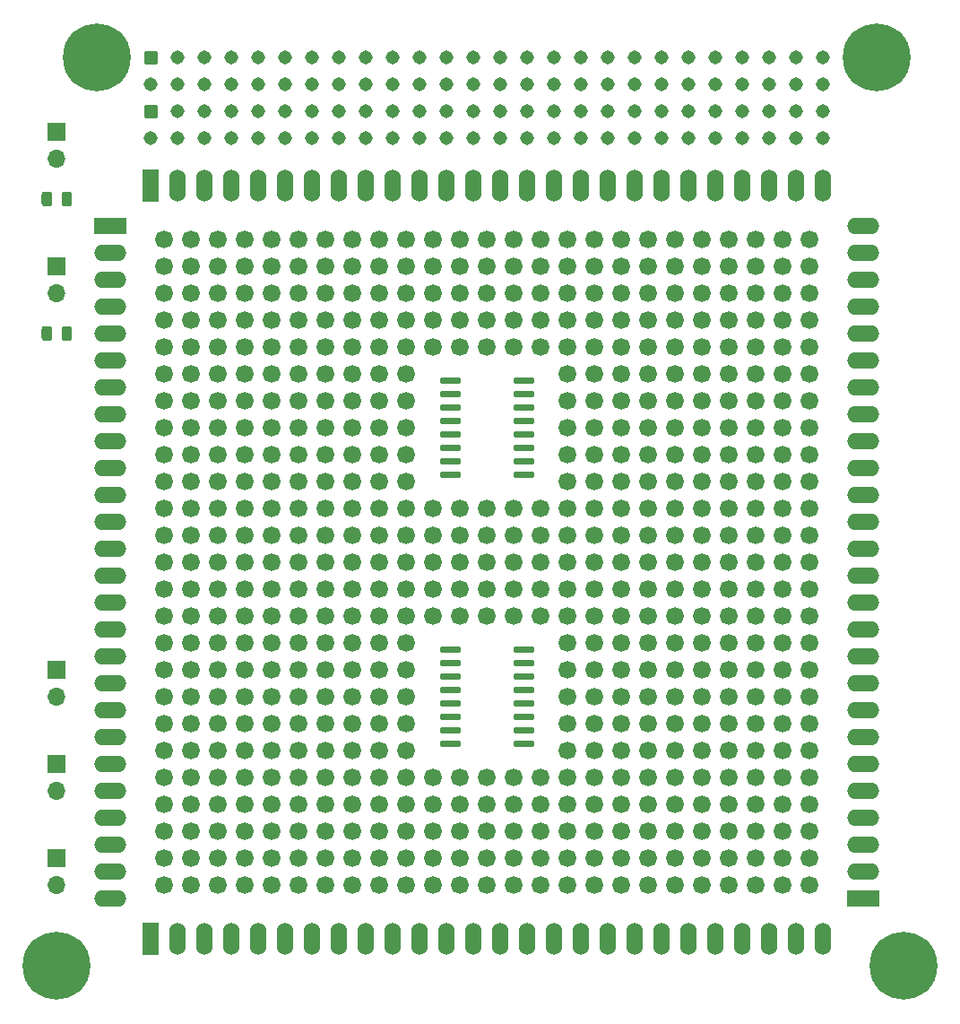
<source format=gts>
G04 #@! TF.GenerationSoftware,KiCad,Pcbnew,(5.1.6)-1*
G04 #@! TF.CreationDate,2020-06-25T15:36:58+02:00*
G04 #@! TF.ProjectId,board_zero,626f6172-645f-47a6-9572-6f2e6b696361,1.0*
G04 #@! TF.SameCoordinates,Original*
G04 #@! TF.FileFunction,Soldermask,Top*
G04 #@! TF.FilePolarity,Negative*
%FSLAX46Y46*%
G04 Gerber Fmt 4.6, Leading zero omitted, Abs format (unit mm)*
G04 Created by KiCad (PCBNEW (5.1.6)-1) date 2020-06-25 15:36:58*
%MOMM*%
%LPD*%
G01*
G04 APERTURE LIST*
%ADD10R,1.700000X1.700000*%
%ADD11O,1.700000X1.700000*%
%ADD12C,1.685000*%
%ADD13C,1.310000*%
%ADD14C,0.800000*%
%ADD15C,6.400000*%
%ADD16R,1.524000X3.048000*%
%ADD17O,1.524000X3.048000*%
%ADD18R,3.048000X1.524000*%
%ADD19O,3.048000X1.524000*%
G04 APERTURE END LIST*
D10*
X26670000Y-104140000D03*
D11*
X26670000Y-106680000D03*
D10*
X26670000Y-95250000D03*
D11*
X26670000Y-97790000D03*
G36*
G01*
X26220000Y-54153750D02*
X26220000Y-55066250D01*
G75*
G02*
X25976250Y-55310000I-243750J0D01*
G01*
X25488750Y-55310000D01*
G75*
G02*
X25245000Y-55066250I0J243750D01*
G01*
X25245000Y-54153750D01*
G75*
G02*
X25488750Y-53910000I243750J0D01*
G01*
X25976250Y-53910000D01*
G75*
G02*
X26220000Y-54153750I0J-243750D01*
G01*
G37*
G36*
G01*
X28095000Y-54153750D02*
X28095000Y-55066250D01*
G75*
G02*
X27851250Y-55310000I-243750J0D01*
G01*
X27363750Y-55310000D01*
G75*
G02*
X27120000Y-55066250I0J243750D01*
G01*
X27120000Y-54153750D01*
G75*
G02*
X27363750Y-53910000I243750J0D01*
G01*
X27851250Y-53910000D01*
G75*
G02*
X28095000Y-54153750I0J-243750D01*
G01*
G37*
G36*
G01*
X26220000Y-41453750D02*
X26220000Y-42366250D01*
G75*
G02*
X25976250Y-42610000I-243750J0D01*
G01*
X25488750Y-42610000D01*
G75*
G02*
X25245000Y-42366250I0J243750D01*
G01*
X25245000Y-41453750D01*
G75*
G02*
X25488750Y-41210000I243750J0D01*
G01*
X25976250Y-41210000D01*
G75*
G02*
X26220000Y-41453750I0J-243750D01*
G01*
G37*
G36*
G01*
X28095000Y-41453750D02*
X28095000Y-42366250D01*
G75*
G02*
X27851250Y-42610000I-243750J0D01*
G01*
X27363750Y-42610000D01*
G75*
G02*
X27120000Y-42366250I0J243750D01*
G01*
X27120000Y-41453750D01*
G75*
G02*
X27363750Y-41210000I243750J0D01*
G01*
X27851250Y-41210000D01*
G75*
G02*
X28095000Y-41453750I0J-243750D01*
G01*
G37*
D10*
X26670000Y-86360000D03*
D11*
X26670000Y-88900000D03*
D10*
X26670000Y-35560000D03*
D11*
X26670000Y-38100000D03*
D10*
X26670000Y-48260000D03*
D11*
X26670000Y-50800000D03*
D12*
X36830000Y-45720000D03*
X39370000Y-45720000D03*
X41910000Y-45720000D03*
X44450000Y-45720000D03*
X46990000Y-45720000D03*
X49530000Y-45720000D03*
X52070000Y-45720000D03*
X54610000Y-45720000D03*
X57150000Y-45720000D03*
X59690000Y-45720000D03*
X62230000Y-45720000D03*
X64770000Y-45720000D03*
X67310000Y-45720000D03*
X69850000Y-45720000D03*
X72390000Y-45720000D03*
X74930000Y-45720000D03*
X77470000Y-45720000D03*
X80010000Y-45720000D03*
X82550000Y-45720000D03*
X85090000Y-45720000D03*
X87630000Y-45720000D03*
X90170000Y-45720000D03*
X92710000Y-45720000D03*
X95250000Y-45720000D03*
X97790000Y-45720000D03*
X36830000Y-48260000D03*
X39370000Y-48260000D03*
X41910000Y-48260000D03*
X44450000Y-48260000D03*
X46990000Y-48260000D03*
X49530000Y-48260000D03*
X52070000Y-48260000D03*
X54610000Y-48260000D03*
X57150000Y-48260000D03*
X59690000Y-48260000D03*
X62230000Y-48260000D03*
X64770000Y-48260000D03*
X67310000Y-48260000D03*
X69850000Y-48260000D03*
X72390000Y-48260000D03*
X74930000Y-48260000D03*
X77470000Y-48260000D03*
X80010000Y-48260000D03*
X82550000Y-48260000D03*
X85090000Y-48260000D03*
X87630000Y-48260000D03*
X90170000Y-48260000D03*
X92710000Y-48260000D03*
X95250000Y-48260000D03*
X97790000Y-48260000D03*
X36830000Y-50800000D03*
X39370000Y-50800000D03*
X41910000Y-50800000D03*
X44450000Y-50800000D03*
X46990000Y-50800000D03*
X49530000Y-50800000D03*
X52070000Y-50800000D03*
X54610000Y-50800000D03*
X57150000Y-50800000D03*
X59690000Y-50800000D03*
X62230000Y-50800000D03*
X64770000Y-50800000D03*
X67310000Y-50800000D03*
X69850000Y-50800000D03*
X72390000Y-50800000D03*
X74930000Y-50800000D03*
X77470000Y-50800000D03*
X80010000Y-50800000D03*
X82550000Y-50800000D03*
X85090000Y-50800000D03*
X87630000Y-50800000D03*
X90170000Y-50800000D03*
X92710000Y-50800000D03*
X95250000Y-50800000D03*
X97790000Y-50800000D03*
X36830000Y-53340000D03*
X39370000Y-53340000D03*
X41910000Y-53340000D03*
X44450000Y-53340000D03*
X46990000Y-53340000D03*
X49530000Y-53340000D03*
X52070000Y-53340000D03*
X54610000Y-53340000D03*
X57150000Y-53340000D03*
X59690000Y-53340000D03*
X62230000Y-53340000D03*
X64770000Y-53340000D03*
X67310000Y-53340000D03*
X69850000Y-53340000D03*
X72390000Y-53340000D03*
X74930000Y-53340000D03*
X77470000Y-53340000D03*
X80010000Y-53340000D03*
X82550000Y-53340000D03*
X85090000Y-53340000D03*
X87630000Y-53340000D03*
X90170000Y-53340000D03*
X92710000Y-53340000D03*
X95250000Y-53340000D03*
X97790000Y-53340000D03*
X36830000Y-55880000D03*
X39370000Y-55880000D03*
X41910000Y-55880000D03*
X44450000Y-55880000D03*
X46990000Y-55880000D03*
X49530000Y-55880000D03*
X52070000Y-55880000D03*
X54610000Y-55880000D03*
X57150000Y-55880000D03*
X59690000Y-55880000D03*
X62230000Y-55880000D03*
X64770000Y-55880000D03*
X67310000Y-55880000D03*
X69850000Y-55880000D03*
X72390000Y-55880000D03*
X74930000Y-55880000D03*
X77470000Y-55880000D03*
X80010000Y-55880000D03*
X82550000Y-55880000D03*
X85090000Y-55880000D03*
X87630000Y-55880000D03*
X90170000Y-55880000D03*
X92710000Y-55880000D03*
X95250000Y-55880000D03*
X97790000Y-55880000D03*
X36830000Y-58420000D03*
X39370000Y-58420000D03*
X41910000Y-58420000D03*
X44450000Y-58420000D03*
X46990000Y-58420000D03*
X49530000Y-58420000D03*
X52070000Y-58420000D03*
X54610000Y-58420000D03*
X80010000Y-58420000D03*
X82550000Y-58420000D03*
X85090000Y-58420000D03*
X87630000Y-58420000D03*
X90170000Y-58420000D03*
X92710000Y-58420000D03*
X95250000Y-58420000D03*
X97790000Y-58420000D03*
X36830000Y-60960000D03*
X39370000Y-60960000D03*
X41910000Y-60960000D03*
X44450000Y-60960000D03*
X46990000Y-60960000D03*
X49530000Y-60960000D03*
X52070000Y-60960000D03*
X54610000Y-60960000D03*
X80010000Y-60960000D03*
X82550000Y-60960000D03*
X85090000Y-60960000D03*
X87630000Y-60960000D03*
X90170000Y-60960000D03*
X92710000Y-60960000D03*
X95250000Y-60960000D03*
X97790000Y-60960000D03*
X36830000Y-63500000D03*
X39370000Y-63500000D03*
X41910000Y-63500000D03*
X44450000Y-63500000D03*
X46990000Y-63500000D03*
X49530000Y-63500000D03*
X52070000Y-63500000D03*
X54610000Y-63500000D03*
X80010000Y-63500000D03*
X82550000Y-63500000D03*
X85090000Y-63500000D03*
X87630000Y-63500000D03*
X90170000Y-63500000D03*
X92710000Y-63500000D03*
X95250000Y-63500000D03*
X97790000Y-63500000D03*
X36830000Y-66040000D03*
X39370000Y-66040000D03*
X41910000Y-66040000D03*
X44450000Y-66040000D03*
X46990000Y-66040000D03*
X49530000Y-66040000D03*
X52070000Y-66040000D03*
X54610000Y-66040000D03*
X80010000Y-66040000D03*
X82550000Y-66040000D03*
X85090000Y-66040000D03*
X87630000Y-66040000D03*
X90170000Y-66040000D03*
X92710000Y-66040000D03*
X95250000Y-66040000D03*
X97790000Y-66040000D03*
X36830000Y-68580000D03*
X39370000Y-68580000D03*
X41910000Y-68580000D03*
X44450000Y-68580000D03*
X46990000Y-68580000D03*
X49530000Y-68580000D03*
X52070000Y-68580000D03*
X54610000Y-68580000D03*
X57150000Y-68580000D03*
X59690000Y-68580000D03*
X74930000Y-68580000D03*
X77470000Y-68580000D03*
X80010000Y-68580000D03*
X82550000Y-68580000D03*
X85090000Y-68580000D03*
X87630000Y-68580000D03*
X90170000Y-68580000D03*
X92710000Y-68580000D03*
X95250000Y-68580000D03*
X97790000Y-68580000D03*
X36830000Y-71120000D03*
X39370000Y-71120000D03*
X41910000Y-71120000D03*
X44450000Y-71120000D03*
X46990000Y-71120000D03*
X49530000Y-71120000D03*
X52070000Y-71120000D03*
X54610000Y-71120000D03*
X57150000Y-71120000D03*
X59690000Y-71120000D03*
X62230000Y-71120000D03*
X64770000Y-71120000D03*
X67310000Y-71120000D03*
X69850000Y-71120000D03*
X72390000Y-71120000D03*
X74930000Y-71120000D03*
X77470000Y-71120000D03*
X80010000Y-71120000D03*
X82550000Y-71120000D03*
X85090000Y-71120000D03*
X87630000Y-71120000D03*
X90170000Y-71120000D03*
X92710000Y-71120000D03*
X95250000Y-71120000D03*
X97790000Y-71120000D03*
X36830000Y-73660000D03*
X39370000Y-73660000D03*
X41910000Y-73660000D03*
X44450000Y-73660000D03*
X46990000Y-73660000D03*
X49530000Y-73660000D03*
X52070000Y-73660000D03*
X54610000Y-73660000D03*
X57150000Y-73660000D03*
X59690000Y-73660000D03*
X62230000Y-73660000D03*
X64770000Y-73660000D03*
X67310000Y-73660000D03*
X69850000Y-73660000D03*
X72390000Y-73660000D03*
X74930000Y-73660000D03*
X77470000Y-73660000D03*
X80010000Y-73660000D03*
X82550000Y-73660000D03*
X85090000Y-73660000D03*
X87630000Y-73660000D03*
X90170000Y-73660000D03*
X92710000Y-73660000D03*
X95250000Y-73660000D03*
X97790000Y-73660000D03*
X36830000Y-76200000D03*
X39370000Y-76200000D03*
X41910000Y-76200000D03*
X44450000Y-76200000D03*
X46990000Y-76200000D03*
X49530000Y-76200000D03*
X52070000Y-76200000D03*
X54610000Y-76200000D03*
X57150000Y-76200000D03*
X59690000Y-76200000D03*
X62230000Y-76200000D03*
X64770000Y-76200000D03*
X67310000Y-76200000D03*
X69850000Y-76200000D03*
X72390000Y-76200000D03*
X74930000Y-76200000D03*
X77470000Y-76200000D03*
X80010000Y-76200000D03*
X82550000Y-76200000D03*
X85090000Y-76200000D03*
X87630000Y-76200000D03*
X90170000Y-76200000D03*
X92710000Y-76200000D03*
X95250000Y-76200000D03*
X97790000Y-76200000D03*
X36830000Y-78740000D03*
X39370000Y-78740000D03*
X41910000Y-78740000D03*
X44450000Y-78740000D03*
X46990000Y-78740000D03*
X49530000Y-78740000D03*
X52070000Y-78740000D03*
X54610000Y-78740000D03*
X57150000Y-78740000D03*
X59690000Y-78740000D03*
X62230000Y-78740000D03*
X64770000Y-78740000D03*
X67310000Y-78740000D03*
X69850000Y-78740000D03*
X72390000Y-78740000D03*
X74930000Y-78740000D03*
X77470000Y-78740000D03*
X80010000Y-78740000D03*
X82550000Y-78740000D03*
X85090000Y-78740000D03*
X87630000Y-78740000D03*
X90170000Y-78740000D03*
X92710000Y-78740000D03*
X95250000Y-78740000D03*
X97790000Y-78740000D03*
X36830000Y-81280000D03*
X39370000Y-81280000D03*
X41910000Y-81280000D03*
X44450000Y-81280000D03*
X46990000Y-81280000D03*
X49530000Y-81280000D03*
X52070000Y-81280000D03*
X54610000Y-81280000D03*
X57150000Y-81280000D03*
X59690000Y-81280000D03*
X62230000Y-81280000D03*
X64770000Y-81280000D03*
X67310000Y-81280000D03*
X69850000Y-81280000D03*
X72390000Y-81280000D03*
X74930000Y-81280000D03*
X77470000Y-81280000D03*
X80010000Y-81280000D03*
X82550000Y-81280000D03*
X85090000Y-81280000D03*
X87630000Y-81280000D03*
X90170000Y-81280000D03*
X92710000Y-81280000D03*
X95250000Y-81280000D03*
X97790000Y-81280000D03*
X36830000Y-83820000D03*
X39370000Y-83820000D03*
X41910000Y-83820000D03*
X44450000Y-83820000D03*
X46990000Y-83820000D03*
X49530000Y-83820000D03*
X52070000Y-83820000D03*
X54610000Y-83820000D03*
X80010000Y-83820000D03*
X82550000Y-83820000D03*
X85090000Y-83820000D03*
X87630000Y-83820000D03*
X90170000Y-83820000D03*
X92710000Y-83820000D03*
X95250000Y-83820000D03*
X97790000Y-83820000D03*
X36830000Y-86360000D03*
X39370000Y-86360000D03*
X41910000Y-86360000D03*
X44450000Y-86360000D03*
X46990000Y-86360000D03*
X49530000Y-86360000D03*
X52070000Y-86360000D03*
X54610000Y-86360000D03*
X80010000Y-86360000D03*
X82550000Y-86360000D03*
X85090000Y-86360000D03*
X87630000Y-86360000D03*
X90170000Y-86360000D03*
X92710000Y-86360000D03*
X95250000Y-86360000D03*
X97790000Y-86360000D03*
X36830000Y-88900000D03*
X39370000Y-88900000D03*
X41910000Y-88900000D03*
X44450000Y-88900000D03*
X46990000Y-88900000D03*
X49530000Y-88900000D03*
X52070000Y-88900000D03*
X54610000Y-88900000D03*
X80010000Y-88900000D03*
X82550000Y-88900000D03*
X85090000Y-88900000D03*
X87630000Y-88900000D03*
X90170000Y-88900000D03*
X92710000Y-88900000D03*
X95250000Y-88900000D03*
X97790000Y-88900000D03*
X36830000Y-91440000D03*
X39370000Y-91440000D03*
X41910000Y-91440000D03*
X44450000Y-91440000D03*
X46990000Y-91440000D03*
X49530000Y-91440000D03*
X52070000Y-91440000D03*
X54610000Y-91440000D03*
X80010000Y-91440000D03*
X82550000Y-91440000D03*
X85090000Y-91440000D03*
X87630000Y-91440000D03*
X90170000Y-91440000D03*
X92710000Y-91440000D03*
X95250000Y-91440000D03*
X97790000Y-91440000D03*
X36830000Y-93980000D03*
X39370000Y-93980000D03*
X41910000Y-93980000D03*
X44450000Y-93980000D03*
X46990000Y-93980000D03*
X49530000Y-93980000D03*
X52070000Y-93980000D03*
X54610000Y-93980000D03*
X80010000Y-93980000D03*
X82550000Y-93980000D03*
X85090000Y-93980000D03*
X87630000Y-93980000D03*
X90170000Y-93980000D03*
X92710000Y-93980000D03*
X95250000Y-93980000D03*
X97790000Y-93980000D03*
X36830000Y-96520000D03*
X39370000Y-96520000D03*
X41910000Y-96520000D03*
X44450000Y-96520000D03*
X46990000Y-96520000D03*
X49530000Y-96520000D03*
X52070000Y-96520000D03*
X54610000Y-96520000D03*
X57150000Y-96520000D03*
X59690000Y-96520000D03*
X74930000Y-96520000D03*
X77470000Y-96520000D03*
X80010000Y-96520000D03*
X82550000Y-96520000D03*
X85090000Y-96520000D03*
X87630000Y-96520000D03*
X90170000Y-96520000D03*
X92710000Y-96520000D03*
X95250000Y-96520000D03*
X97790000Y-96520000D03*
X36830000Y-99060000D03*
X39370000Y-99060000D03*
X41910000Y-99060000D03*
X44450000Y-99060000D03*
X46990000Y-99060000D03*
X49530000Y-99060000D03*
X52070000Y-99060000D03*
X54610000Y-99060000D03*
X57150000Y-99060000D03*
X59690000Y-99060000D03*
X62230000Y-99060000D03*
X64770000Y-99060000D03*
X67310000Y-99060000D03*
X69850000Y-99060000D03*
X72390000Y-99060000D03*
X74930000Y-99060000D03*
X77470000Y-99060000D03*
X80010000Y-99060000D03*
X82550000Y-99060000D03*
X85090000Y-99060000D03*
X87630000Y-99060000D03*
X90170000Y-99060000D03*
X92710000Y-99060000D03*
X95250000Y-99060000D03*
X97790000Y-99060000D03*
X36830000Y-101600000D03*
X39370000Y-101600000D03*
X41910000Y-101600000D03*
X44450000Y-101600000D03*
X46990000Y-101600000D03*
X49530000Y-101600000D03*
X52070000Y-101600000D03*
X54610000Y-101600000D03*
X57150000Y-101600000D03*
X59690000Y-101600000D03*
X62230000Y-101600000D03*
X64770000Y-101600000D03*
X67310000Y-101600000D03*
X69850000Y-101600000D03*
X72390000Y-101600000D03*
X74930000Y-101600000D03*
X77470000Y-101600000D03*
X80010000Y-101600000D03*
X82550000Y-101600000D03*
X85090000Y-101600000D03*
X87630000Y-101600000D03*
X90170000Y-101600000D03*
X92710000Y-101600000D03*
X95250000Y-101600000D03*
X97790000Y-101600000D03*
X36830000Y-104140000D03*
X39370000Y-104140000D03*
X41910000Y-104140000D03*
X44450000Y-104140000D03*
X46990000Y-104140000D03*
X49530000Y-104140000D03*
X52070000Y-104140000D03*
X54610000Y-104140000D03*
X57150000Y-104140000D03*
X59690000Y-104140000D03*
X62230000Y-104140000D03*
X64770000Y-104140000D03*
X67310000Y-104140000D03*
X69850000Y-104140000D03*
X72390000Y-104140000D03*
X74930000Y-104140000D03*
X77470000Y-104140000D03*
X80010000Y-104140000D03*
X82550000Y-104140000D03*
X85090000Y-104140000D03*
X87630000Y-104140000D03*
X90170000Y-104140000D03*
X92710000Y-104140000D03*
X95250000Y-104140000D03*
X97790000Y-104140000D03*
X36830000Y-106680000D03*
X39370000Y-106680000D03*
X41910000Y-106680000D03*
X44450000Y-106680000D03*
X46990000Y-106680000D03*
X49530000Y-106680000D03*
X52070000Y-106680000D03*
X54610000Y-106680000D03*
X57150000Y-106680000D03*
X59690000Y-106680000D03*
X62230000Y-106680000D03*
X64770000Y-106680000D03*
X67310000Y-106680000D03*
X69850000Y-106680000D03*
X72390000Y-106680000D03*
X74930000Y-106680000D03*
X77470000Y-106680000D03*
X80010000Y-106680000D03*
X82550000Y-106680000D03*
X85090000Y-106680000D03*
X87630000Y-106680000D03*
X90170000Y-106680000D03*
X92710000Y-106680000D03*
X95250000Y-106680000D03*
X97790000Y-106680000D03*
X62230000Y-96520000D03*
X64770000Y-96520000D03*
X67310000Y-96520000D03*
X69850000Y-96520000D03*
X72390000Y-96520000D03*
X57150000Y-93980000D03*
X59690000Y-93980000D03*
X74930000Y-93980000D03*
X77470000Y-93980000D03*
D13*
X99060000Y-36195000D03*
X96520000Y-36195000D03*
X93980000Y-36195000D03*
X91440000Y-36195000D03*
X88900000Y-36195000D03*
X86360000Y-36195000D03*
X83820000Y-36195000D03*
X81280000Y-36195000D03*
X78740000Y-36195000D03*
X76200000Y-36195000D03*
X73660000Y-36195000D03*
X71120000Y-36195000D03*
X68580000Y-36195000D03*
X66040000Y-36195000D03*
X63500000Y-36195000D03*
X60960000Y-36195000D03*
X58420000Y-36195000D03*
X55880000Y-36195000D03*
X53340000Y-36195000D03*
X50800000Y-36195000D03*
X48260000Y-36195000D03*
X45720000Y-36195000D03*
X43180000Y-36195000D03*
X40640000Y-36195000D03*
X38100000Y-36195000D03*
X35560000Y-36195000D03*
X99060000Y-33655000D03*
X96520000Y-33655000D03*
X93980000Y-33655000D03*
X91440000Y-33655000D03*
X88900000Y-33655000D03*
X86360000Y-33655000D03*
X83820000Y-33655000D03*
X81280000Y-33655000D03*
X78740000Y-33655000D03*
X76200000Y-33655000D03*
X73660000Y-33655000D03*
X71120000Y-33655000D03*
X68580000Y-33655000D03*
X66040000Y-33655000D03*
X63500000Y-33655000D03*
X60960000Y-33655000D03*
X58420000Y-33655000D03*
X55880000Y-33655000D03*
X53340000Y-33655000D03*
X50800000Y-33655000D03*
X48260000Y-33655000D03*
X45720000Y-33655000D03*
X43180000Y-33655000D03*
X40640000Y-33655000D03*
X38100000Y-33655000D03*
G36*
G01*
X34905000Y-34060000D02*
X34905000Y-33250000D01*
G75*
G02*
X35155000Y-33000000I250000J0D01*
G01*
X35965000Y-33000000D01*
G75*
G02*
X36215000Y-33250000I0J-250000D01*
G01*
X36215000Y-34060000D01*
G75*
G02*
X35965000Y-34310000I-250000J0D01*
G01*
X35155000Y-34310000D01*
G75*
G02*
X34905000Y-34060000I0J250000D01*
G01*
G37*
X99060000Y-31115000D03*
X96520000Y-31115000D03*
X93980000Y-31115000D03*
X91440000Y-31115000D03*
X88900000Y-31115000D03*
X86360000Y-31115000D03*
X83820000Y-31115000D03*
X81280000Y-31115000D03*
X78740000Y-31115000D03*
X76200000Y-31115000D03*
X73660000Y-31115000D03*
X71120000Y-31115000D03*
X68580000Y-31115000D03*
X66040000Y-31115000D03*
X63500000Y-31115000D03*
X60960000Y-31115000D03*
X58420000Y-31115000D03*
X55880000Y-31115000D03*
X53340000Y-31115000D03*
X50800000Y-31115000D03*
X48260000Y-31115000D03*
X45720000Y-31115000D03*
X43180000Y-31115000D03*
X40640000Y-31115000D03*
X38100000Y-31115000D03*
X35560000Y-31115000D03*
X99060000Y-28575000D03*
X96520000Y-28575000D03*
X93980000Y-28575000D03*
X91440000Y-28575000D03*
X88900000Y-28575000D03*
X86360000Y-28575000D03*
X83820000Y-28575000D03*
X81280000Y-28575000D03*
X78740000Y-28575000D03*
X76200000Y-28575000D03*
X73660000Y-28575000D03*
X71120000Y-28575000D03*
X68580000Y-28575000D03*
X66040000Y-28575000D03*
X63500000Y-28575000D03*
X60960000Y-28575000D03*
X58420000Y-28575000D03*
X55880000Y-28575000D03*
X53340000Y-28575000D03*
X50800000Y-28575000D03*
X48260000Y-28575000D03*
X45720000Y-28575000D03*
X43180000Y-28575000D03*
X40640000Y-28575000D03*
X38100000Y-28575000D03*
G36*
G01*
X34905000Y-28980000D02*
X34905000Y-28170000D01*
G75*
G02*
X35155000Y-27920000I250000J0D01*
G01*
X35965000Y-27920000D01*
G75*
G02*
X36215000Y-28170000I0J-250000D01*
G01*
X36215000Y-28980000D01*
G75*
G02*
X35965000Y-29230000I-250000J0D01*
G01*
X35155000Y-29230000D01*
G75*
G02*
X34905000Y-28980000I0J250000D01*
G01*
G37*
D12*
X77470000Y-58420000D03*
X74930000Y-58420000D03*
X77470000Y-60960000D03*
X74930000Y-60960000D03*
X77470000Y-63500000D03*
X74930000Y-63500000D03*
X77470000Y-66040000D03*
X74930000Y-66040000D03*
X59690000Y-66040000D03*
X57150000Y-66040000D03*
X59690000Y-63500000D03*
X57150000Y-63500000D03*
X59690000Y-60960000D03*
X57150000Y-60960000D03*
X59690000Y-58420000D03*
X57150000Y-58420000D03*
G36*
G01*
X69785000Y-61745000D02*
X69785000Y-61445000D01*
G75*
G02*
X69935000Y-61295000I150000J0D01*
G01*
X71610000Y-61295000D01*
G75*
G02*
X71760000Y-61445000I0J-150000D01*
G01*
X71760000Y-61745000D01*
G75*
G02*
X71610000Y-61895000I-150000J0D01*
G01*
X69935000Y-61895000D01*
G75*
G02*
X69785000Y-61745000I0J150000D01*
G01*
G37*
G36*
G01*
X69785000Y-59205000D02*
X69785000Y-58905000D01*
G75*
G02*
X69935000Y-58755000I150000J0D01*
G01*
X71610000Y-58755000D01*
G75*
G02*
X71760000Y-58905000I0J-150000D01*
G01*
X71760000Y-59205000D01*
G75*
G02*
X71610000Y-59355000I-150000J0D01*
G01*
X69935000Y-59355000D01*
G75*
G02*
X69785000Y-59205000I0J150000D01*
G01*
G37*
G36*
G01*
X62860000Y-65555000D02*
X62860000Y-65255000D01*
G75*
G02*
X63010000Y-65105000I150000J0D01*
G01*
X64685000Y-65105000D01*
G75*
G02*
X64835000Y-65255000I0J-150000D01*
G01*
X64835000Y-65555000D01*
G75*
G02*
X64685000Y-65705000I-150000J0D01*
G01*
X63010000Y-65705000D01*
G75*
G02*
X62860000Y-65555000I0J150000D01*
G01*
G37*
G36*
G01*
X69785000Y-63015000D02*
X69785000Y-62715000D01*
G75*
G02*
X69935000Y-62565000I150000J0D01*
G01*
X71610000Y-62565000D01*
G75*
G02*
X71760000Y-62715000I0J-150000D01*
G01*
X71760000Y-63015000D01*
G75*
G02*
X71610000Y-63165000I-150000J0D01*
G01*
X69935000Y-63165000D01*
G75*
G02*
X69785000Y-63015000I0J150000D01*
G01*
G37*
G36*
G01*
X62860000Y-60475000D02*
X62860000Y-60175000D01*
G75*
G02*
X63010000Y-60025000I150000J0D01*
G01*
X64685000Y-60025000D01*
G75*
G02*
X64835000Y-60175000I0J-150000D01*
G01*
X64835000Y-60475000D01*
G75*
G02*
X64685000Y-60625000I-150000J0D01*
G01*
X63010000Y-60625000D01*
G75*
G02*
X62860000Y-60475000I0J150000D01*
G01*
G37*
G36*
G01*
X62860000Y-61745000D02*
X62860000Y-61445000D01*
G75*
G02*
X63010000Y-61295000I150000J0D01*
G01*
X64685000Y-61295000D01*
G75*
G02*
X64835000Y-61445000I0J-150000D01*
G01*
X64835000Y-61745000D01*
G75*
G02*
X64685000Y-61895000I-150000J0D01*
G01*
X63010000Y-61895000D01*
G75*
G02*
X62860000Y-61745000I0J150000D01*
G01*
G37*
G36*
G01*
X62860000Y-68095000D02*
X62860000Y-67795000D01*
G75*
G02*
X63010000Y-67645000I150000J0D01*
G01*
X64685000Y-67645000D01*
G75*
G02*
X64835000Y-67795000I0J-150000D01*
G01*
X64835000Y-68095000D01*
G75*
G02*
X64685000Y-68245000I-150000J0D01*
G01*
X63010000Y-68245000D01*
G75*
G02*
X62860000Y-68095000I0J150000D01*
G01*
G37*
G36*
G01*
X69785000Y-64285000D02*
X69785000Y-63985000D01*
G75*
G02*
X69935000Y-63835000I150000J0D01*
G01*
X71610000Y-63835000D01*
G75*
G02*
X71760000Y-63985000I0J-150000D01*
G01*
X71760000Y-64285000D01*
G75*
G02*
X71610000Y-64435000I-150000J0D01*
G01*
X69935000Y-64435000D01*
G75*
G02*
X69785000Y-64285000I0J150000D01*
G01*
G37*
G36*
G01*
X62860000Y-59205000D02*
X62860000Y-58905000D01*
G75*
G02*
X63010000Y-58755000I150000J0D01*
G01*
X64685000Y-58755000D01*
G75*
G02*
X64835000Y-58905000I0J-150000D01*
G01*
X64835000Y-59205000D01*
G75*
G02*
X64685000Y-59355000I-150000J0D01*
G01*
X63010000Y-59355000D01*
G75*
G02*
X62860000Y-59205000I0J150000D01*
G01*
G37*
G36*
G01*
X62860000Y-64285000D02*
X62860000Y-63985000D01*
G75*
G02*
X63010000Y-63835000I150000J0D01*
G01*
X64685000Y-63835000D01*
G75*
G02*
X64835000Y-63985000I0J-150000D01*
G01*
X64835000Y-64285000D01*
G75*
G02*
X64685000Y-64435000I-150000J0D01*
G01*
X63010000Y-64435000D01*
G75*
G02*
X62860000Y-64285000I0J150000D01*
G01*
G37*
G36*
G01*
X62860000Y-66825000D02*
X62860000Y-66525000D01*
G75*
G02*
X63010000Y-66375000I150000J0D01*
G01*
X64685000Y-66375000D01*
G75*
G02*
X64835000Y-66525000I0J-150000D01*
G01*
X64835000Y-66825000D01*
G75*
G02*
X64685000Y-66975000I-150000J0D01*
G01*
X63010000Y-66975000D01*
G75*
G02*
X62860000Y-66825000I0J150000D01*
G01*
G37*
G36*
G01*
X62860000Y-63015000D02*
X62860000Y-62715000D01*
G75*
G02*
X63010000Y-62565000I150000J0D01*
G01*
X64685000Y-62565000D01*
G75*
G02*
X64835000Y-62715000I0J-150000D01*
G01*
X64835000Y-63015000D01*
G75*
G02*
X64685000Y-63165000I-150000J0D01*
G01*
X63010000Y-63165000D01*
G75*
G02*
X62860000Y-63015000I0J150000D01*
G01*
G37*
G36*
G01*
X69785000Y-65555000D02*
X69785000Y-65255000D01*
G75*
G02*
X69935000Y-65105000I150000J0D01*
G01*
X71610000Y-65105000D01*
G75*
G02*
X71760000Y-65255000I0J-150000D01*
G01*
X71760000Y-65555000D01*
G75*
G02*
X71610000Y-65705000I-150000J0D01*
G01*
X69935000Y-65705000D01*
G75*
G02*
X69785000Y-65555000I0J150000D01*
G01*
G37*
G36*
G01*
X69785000Y-60475000D02*
X69785000Y-60175000D01*
G75*
G02*
X69935000Y-60025000I150000J0D01*
G01*
X71610000Y-60025000D01*
G75*
G02*
X71760000Y-60175000I0J-150000D01*
G01*
X71760000Y-60475000D01*
G75*
G02*
X71610000Y-60625000I-150000J0D01*
G01*
X69935000Y-60625000D01*
G75*
G02*
X69785000Y-60475000I0J150000D01*
G01*
G37*
G36*
G01*
X69785000Y-68095000D02*
X69785000Y-67795000D01*
G75*
G02*
X69935000Y-67645000I150000J0D01*
G01*
X71610000Y-67645000D01*
G75*
G02*
X71760000Y-67795000I0J-150000D01*
G01*
X71760000Y-68095000D01*
G75*
G02*
X71610000Y-68245000I-150000J0D01*
G01*
X69935000Y-68245000D01*
G75*
G02*
X69785000Y-68095000I0J150000D01*
G01*
G37*
G36*
G01*
X69785000Y-66825000D02*
X69785000Y-66525000D01*
G75*
G02*
X69935000Y-66375000I150000J0D01*
G01*
X71610000Y-66375000D01*
G75*
G02*
X71760000Y-66525000I0J-150000D01*
G01*
X71760000Y-66825000D01*
G75*
G02*
X71610000Y-66975000I-150000J0D01*
G01*
X69935000Y-66975000D01*
G75*
G02*
X69785000Y-66825000I0J150000D01*
G01*
G37*
X77470000Y-83820000D03*
X74930000Y-83820000D03*
X77470000Y-86360000D03*
X74930000Y-86360000D03*
X77470000Y-88900000D03*
X74930000Y-88900000D03*
X77470000Y-91440000D03*
X74930000Y-91440000D03*
X59690000Y-91440000D03*
X57150000Y-91440000D03*
X59690000Y-88900000D03*
X57150000Y-88900000D03*
X59690000Y-86360000D03*
X57150000Y-86360000D03*
X59690000Y-83820000D03*
X57150000Y-83820000D03*
G36*
G01*
X69785000Y-87145000D02*
X69785000Y-86845000D01*
G75*
G02*
X69935000Y-86695000I150000J0D01*
G01*
X71610000Y-86695000D01*
G75*
G02*
X71760000Y-86845000I0J-150000D01*
G01*
X71760000Y-87145000D01*
G75*
G02*
X71610000Y-87295000I-150000J0D01*
G01*
X69935000Y-87295000D01*
G75*
G02*
X69785000Y-87145000I0J150000D01*
G01*
G37*
G36*
G01*
X69785000Y-84605000D02*
X69785000Y-84305000D01*
G75*
G02*
X69935000Y-84155000I150000J0D01*
G01*
X71610000Y-84155000D01*
G75*
G02*
X71760000Y-84305000I0J-150000D01*
G01*
X71760000Y-84605000D01*
G75*
G02*
X71610000Y-84755000I-150000J0D01*
G01*
X69935000Y-84755000D01*
G75*
G02*
X69785000Y-84605000I0J150000D01*
G01*
G37*
G36*
G01*
X62860000Y-90955000D02*
X62860000Y-90655000D01*
G75*
G02*
X63010000Y-90505000I150000J0D01*
G01*
X64685000Y-90505000D01*
G75*
G02*
X64835000Y-90655000I0J-150000D01*
G01*
X64835000Y-90955000D01*
G75*
G02*
X64685000Y-91105000I-150000J0D01*
G01*
X63010000Y-91105000D01*
G75*
G02*
X62860000Y-90955000I0J150000D01*
G01*
G37*
G36*
G01*
X69785000Y-88415000D02*
X69785000Y-88115000D01*
G75*
G02*
X69935000Y-87965000I150000J0D01*
G01*
X71610000Y-87965000D01*
G75*
G02*
X71760000Y-88115000I0J-150000D01*
G01*
X71760000Y-88415000D01*
G75*
G02*
X71610000Y-88565000I-150000J0D01*
G01*
X69935000Y-88565000D01*
G75*
G02*
X69785000Y-88415000I0J150000D01*
G01*
G37*
G36*
G01*
X62860000Y-85875000D02*
X62860000Y-85575000D01*
G75*
G02*
X63010000Y-85425000I150000J0D01*
G01*
X64685000Y-85425000D01*
G75*
G02*
X64835000Y-85575000I0J-150000D01*
G01*
X64835000Y-85875000D01*
G75*
G02*
X64685000Y-86025000I-150000J0D01*
G01*
X63010000Y-86025000D01*
G75*
G02*
X62860000Y-85875000I0J150000D01*
G01*
G37*
G36*
G01*
X62860000Y-87145000D02*
X62860000Y-86845000D01*
G75*
G02*
X63010000Y-86695000I150000J0D01*
G01*
X64685000Y-86695000D01*
G75*
G02*
X64835000Y-86845000I0J-150000D01*
G01*
X64835000Y-87145000D01*
G75*
G02*
X64685000Y-87295000I-150000J0D01*
G01*
X63010000Y-87295000D01*
G75*
G02*
X62860000Y-87145000I0J150000D01*
G01*
G37*
G36*
G01*
X62860000Y-93495000D02*
X62860000Y-93195000D01*
G75*
G02*
X63010000Y-93045000I150000J0D01*
G01*
X64685000Y-93045000D01*
G75*
G02*
X64835000Y-93195000I0J-150000D01*
G01*
X64835000Y-93495000D01*
G75*
G02*
X64685000Y-93645000I-150000J0D01*
G01*
X63010000Y-93645000D01*
G75*
G02*
X62860000Y-93495000I0J150000D01*
G01*
G37*
G36*
G01*
X69785000Y-89685000D02*
X69785000Y-89385000D01*
G75*
G02*
X69935000Y-89235000I150000J0D01*
G01*
X71610000Y-89235000D01*
G75*
G02*
X71760000Y-89385000I0J-150000D01*
G01*
X71760000Y-89685000D01*
G75*
G02*
X71610000Y-89835000I-150000J0D01*
G01*
X69935000Y-89835000D01*
G75*
G02*
X69785000Y-89685000I0J150000D01*
G01*
G37*
G36*
G01*
X62860000Y-84605000D02*
X62860000Y-84305000D01*
G75*
G02*
X63010000Y-84155000I150000J0D01*
G01*
X64685000Y-84155000D01*
G75*
G02*
X64835000Y-84305000I0J-150000D01*
G01*
X64835000Y-84605000D01*
G75*
G02*
X64685000Y-84755000I-150000J0D01*
G01*
X63010000Y-84755000D01*
G75*
G02*
X62860000Y-84605000I0J150000D01*
G01*
G37*
G36*
G01*
X62860000Y-89685000D02*
X62860000Y-89385000D01*
G75*
G02*
X63010000Y-89235000I150000J0D01*
G01*
X64685000Y-89235000D01*
G75*
G02*
X64835000Y-89385000I0J-150000D01*
G01*
X64835000Y-89685000D01*
G75*
G02*
X64685000Y-89835000I-150000J0D01*
G01*
X63010000Y-89835000D01*
G75*
G02*
X62860000Y-89685000I0J150000D01*
G01*
G37*
G36*
G01*
X62860000Y-92225000D02*
X62860000Y-91925000D01*
G75*
G02*
X63010000Y-91775000I150000J0D01*
G01*
X64685000Y-91775000D01*
G75*
G02*
X64835000Y-91925000I0J-150000D01*
G01*
X64835000Y-92225000D01*
G75*
G02*
X64685000Y-92375000I-150000J0D01*
G01*
X63010000Y-92375000D01*
G75*
G02*
X62860000Y-92225000I0J150000D01*
G01*
G37*
G36*
G01*
X62860000Y-88415000D02*
X62860000Y-88115000D01*
G75*
G02*
X63010000Y-87965000I150000J0D01*
G01*
X64685000Y-87965000D01*
G75*
G02*
X64835000Y-88115000I0J-150000D01*
G01*
X64835000Y-88415000D01*
G75*
G02*
X64685000Y-88565000I-150000J0D01*
G01*
X63010000Y-88565000D01*
G75*
G02*
X62860000Y-88415000I0J150000D01*
G01*
G37*
G36*
G01*
X69785000Y-90955000D02*
X69785000Y-90655000D01*
G75*
G02*
X69935000Y-90505000I150000J0D01*
G01*
X71610000Y-90505000D01*
G75*
G02*
X71760000Y-90655000I0J-150000D01*
G01*
X71760000Y-90955000D01*
G75*
G02*
X71610000Y-91105000I-150000J0D01*
G01*
X69935000Y-91105000D01*
G75*
G02*
X69785000Y-90955000I0J150000D01*
G01*
G37*
G36*
G01*
X69785000Y-85875000D02*
X69785000Y-85575000D01*
G75*
G02*
X69935000Y-85425000I150000J0D01*
G01*
X71610000Y-85425000D01*
G75*
G02*
X71760000Y-85575000I0J-150000D01*
G01*
X71760000Y-85875000D01*
G75*
G02*
X71610000Y-86025000I-150000J0D01*
G01*
X69935000Y-86025000D01*
G75*
G02*
X69785000Y-85875000I0J150000D01*
G01*
G37*
G36*
G01*
X69785000Y-93495000D02*
X69785000Y-93195000D01*
G75*
G02*
X69935000Y-93045000I150000J0D01*
G01*
X71610000Y-93045000D01*
G75*
G02*
X71760000Y-93195000I0J-150000D01*
G01*
X71760000Y-93495000D01*
G75*
G02*
X71610000Y-93645000I-150000J0D01*
G01*
X69935000Y-93645000D01*
G75*
G02*
X69785000Y-93495000I0J150000D01*
G01*
G37*
G36*
G01*
X69785000Y-92225000D02*
X69785000Y-91925000D01*
G75*
G02*
X69935000Y-91775000I150000J0D01*
G01*
X71610000Y-91775000D01*
G75*
G02*
X71760000Y-91925000I0J-150000D01*
G01*
X71760000Y-92225000D01*
G75*
G02*
X71610000Y-92375000I-150000J0D01*
G01*
X69935000Y-92375000D01*
G75*
G02*
X69785000Y-92225000I0J150000D01*
G01*
G37*
D14*
X28367056Y-112602944D03*
X26670000Y-111900000D03*
X24972944Y-112602944D03*
X24270000Y-114300000D03*
X24972944Y-115997056D03*
X26670000Y-116700000D03*
X28367056Y-115997056D03*
X29070000Y-114300000D03*
D15*
X26670000Y-114300000D03*
D14*
X108377056Y-112602944D03*
X106680000Y-111900000D03*
X104982944Y-112602944D03*
X104280000Y-114300000D03*
X104982944Y-115997056D03*
X106680000Y-116700000D03*
X108377056Y-115997056D03*
X109080000Y-114300000D03*
D15*
X106680000Y-114300000D03*
D14*
X105837056Y-26877944D03*
X104140000Y-26175000D03*
X102442944Y-26877944D03*
X101740000Y-28575000D03*
X102442944Y-30272056D03*
X104140000Y-30975000D03*
X105837056Y-30272056D03*
X106540000Y-28575000D03*
D15*
X104140000Y-28575000D03*
D14*
X32177056Y-26877944D03*
X30480000Y-26175000D03*
X28782944Y-26877944D03*
X28080000Y-28575000D03*
X28782944Y-30272056D03*
X30480000Y-30975000D03*
X32177056Y-30272056D03*
X32880000Y-28575000D03*
D15*
X30480000Y-28575000D03*
D16*
X35560000Y-111760000D03*
D17*
X38100000Y-111760000D03*
X40640000Y-111760000D03*
X43180000Y-111760000D03*
X45720000Y-111760000D03*
X48260000Y-111760000D03*
X50800000Y-111760000D03*
X53340000Y-111760000D03*
X55880000Y-111760000D03*
X58420000Y-111760000D03*
X60960000Y-111760000D03*
X63500000Y-111760000D03*
X66040000Y-111760000D03*
X68580000Y-111760000D03*
X71120000Y-111760000D03*
X73660000Y-111760000D03*
X76200000Y-111760000D03*
X78740000Y-111760000D03*
X81280000Y-111760000D03*
X83820000Y-111760000D03*
X86360000Y-111760000D03*
X88900000Y-111760000D03*
X91440000Y-111760000D03*
X93980000Y-111760000D03*
X96520000Y-111760000D03*
X99060000Y-111760000D03*
D18*
X102870000Y-107950000D03*
D19*
X102870000Y-105410000D03*
X102870000Y-102870000D03*
X102870000Y-100330000D03*
X102870000Y-97790000D03*
X102870000Y-95250000D03*
X102870000Y-92710000D03*
X102870000Y-90170000D03*
X102870000Y-87630000D03*
X102870000Y-85090000D03*
X102870000Y-82550000D03*
X102870000Y-80010000D03*
X102870000Y-77470000D03*
X102870000Y-74930000D03*
X102870000Y-72390000D03*
X102870000Y-69850000D03*
X102870000Y-67310000D03*
X102870000Y-64770000D03*
X102870000Y-62230000D03*
X102870000Y-59690000D03*
X102870000Y-57150000D03*
X102870000Y-54610000D03*
X102870000Y-52070000D03*
X102870000Y-49530000D03*
X102870000Y-46990000D03*
X102870000Y-44450000D03*
X31750000Y-107950000D03*
X31750000Y-105410000D03*
X31750000Y-102870000D03*
X31750000Y-100330000D03*
X31750000Y-97790000D03*
X31750000Y-95250000D03*
X31750000Y-92710000D03*
X31750000Y-90170000D03*
X31750000Y-87630000D03*
X31750000Y-85090000D03*
X31750000Y-82550000D03*
X31750000Y-80010000D03*
X31750000Y-77470000D03*
X31750000Y-74930000D03*
X31750000Y-72390000D03*
X31750000Y-69850000D03*
X31750000Y-67310000D03*
X31750000Y-64770000D03*
X31750000Y-62230000D03*
X31750000Y-59690000D03*
X31750000Y-57150000D03*
X31750000Y-54610000D03*
X31750000Y-52070000D03*
X31750000Y-49530000D03*
X31750000Y-46990000D03*
D18*
X31750000Y-44450000D03*
D16*
X35560000Y-40640000D03*
D17*
X38100000Y-40640000D03*
X40640000Y-40640000D03*
X43180000Y-40640000D03*
X45720000Y-40640000D03*
X48260000Y-40640000D03*
X50800000Y-40640000D03*
X53340000Y-40640000D03*
X55880000Y-40640000D03*
X58420000Y-40640000D03*
X60960000Y-40640000D03*
X63500000Y-40640000D03*
X66040000Y-40640000D03*
X68580000Y-40640000D03*
X71120000Y-40640000D03*
X73660000Y-40640000D03*
X76200000Y-40640000D03*
X78740000Y-40640000D03*
X81280000Y-40640000D03*
X83820000Y-40640000D03*
X86360000Y-40640000D03*
X88900000Y-40640000D03*
X91440000Y-40640000D03*
X93980000Y-40640000D03*
X96520000Y-40640000D03*
X99060000Y-40640000D03*
M02*

</source>
